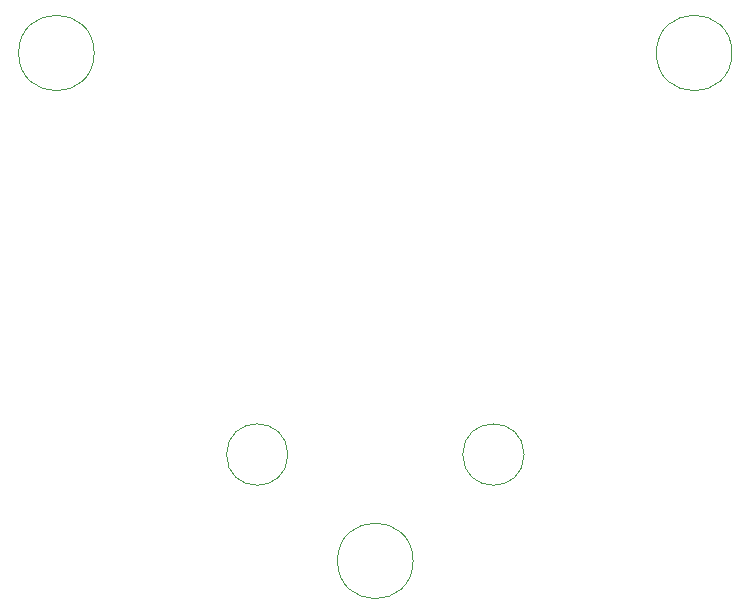
<source format=gbr>
%TF.GenerationSoftware,KiCad,Pcbnew,(7.0.0-0)*%
%TF.CreationDate,2023-03-08T23:01:28-06:00*%
%TF.ProjectId,RP2040_minimal,52503230-3430-45f6-9d69-6e696d616c2e,REV1*%
%TF.SameCoordinates,Original*%
%TF.FileFunction,Other,Comment*%
%FSLAX46Y46*%
G04 Gerber Fmt 4.6, Leading zero omitted, Abs format (unit mm)*
G04 Created by KiCad (PCBNEW (7.0.0-0)) date 2023-03-08 23:01:28*
%MOMM*%
%LPD*%
G01*
G04 APERTURE LIST*
%ADD10C,0.120000*%
G04 APERTURE END LIST*
D10*
%TO.C,REF\u002A\u002A*%
X-7400000Y-20000000D02*
G75*
G03*
X-7400000Y-20000000I-2600000J0D01*
G01*
X12600000Y-20000000D02*
G75*
G03*
X12600000Y-20000000I-2600000J0D01*
G01*
%TO.C,H3*%
X3200000Y-29000000D02*
G75*
G03*
X3200000Y-29000000I-3200000J0D01*
G01*
%TO.C,H2*%
X30200000Y14000000D02*
G75*
G03*
X30200000Y14000000I-3200000J0D01*
G01*
%TO.C,H1*%
X-23800000Y14000000D02*
G75*
G03*
X-23800000Y14000000I-3200000J0D01*
G01*
%TD*%
M02*

</source>
